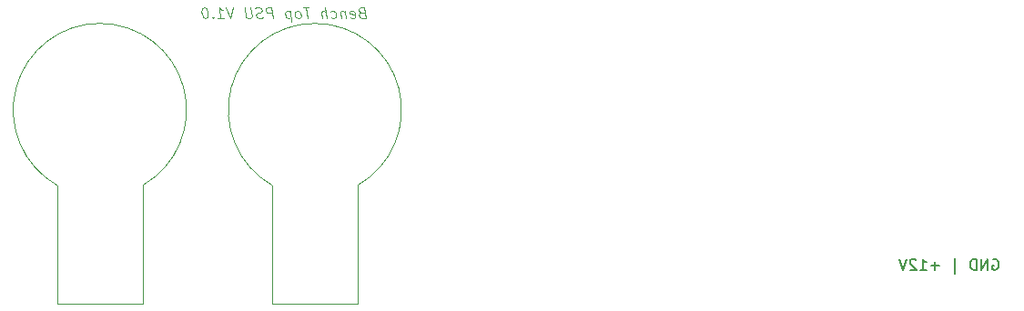
<source format=gbr>
%TF.GenerationSoftware,KiCad,Pcbnew,(5.99.0-2619-gb519867d9)*%
%TF.CreationDate,2020-08-09T22:36:06+05:30*%
%TF.ProjectId,Power_Supply,506f7765-725f-4537-9570-706c792e6b69,rev?*%
%TF.SameCoordinates,Original*%
%TF.FileFunction,Legend,Bot*%
%TF.FilePolarity,Positive*%
%FSLAX46Y46*%
G04 Gerber Fmt 4.6, Leading zero omitted, Abs format (unit mm)*
G04 Created by KiCad (PCBNEW (5.99.0-2619-gb519867d9)) date 2020-08-09 22:36:06*
%MOMM*%
%LPD*%
G01*
G04 APERTURE LIST*
%ADD10C,0.150000*%
%ADD11C,0.075000*%
%ADD12C,0.050000*%
G04 APERTURE END LIST*
D10*
X105000000Y-56000000D02*
X105095238Y-55952380D01*
X105238095Y-55952380D01*
X105380952Y-56000000D01*
X105476190Y-56095238D01*
X105523809Y-56190476D01*
X105571428Y-56380952D01*
X105571428Y-56523809D01*
X105523809Y-56714285D01*
X105476190Y-56809523D01*
X105380952Y-56904761D01*
X105238095Y-56952380D01*
X105142857Y-56952380D01*
X105000000Y-56904761D01*
X104952380Y-56857142D01*
X104952380Y-56523809D01*
X105142857Y-56523809D01*
X104523809Y-56952380D02*
X104523809Y-55952380D01*
X103952380Y-56952380D01*
X103952380Y-55952380D01*
X103476190Y-56952380D02*
X103476190Y-55952380D01*
X103238095Y-55952380D01*
X103095238Y-56000000D01*
X103000000Y-56095238D01*
X102952380Y-56190476D01*
X102904761Y-56380952D01*
X102904761Y-56523809D01*
X102952380Y-56714285D01*
X103000000Y-56809523D01*
X103095238Y-56904761D01*
X103238095Y-56952380D01*
X103476190Y-56952380D01*
X101476190Y-57285714D02*
X101476190Y-55857142D01*
X100000000Y-56571428D02*
X99238095Y-56571428D01*
X99619047Y-56952380D02*
X99619047Y-56190476D01*
X98238095Y-56952380D02*
X98809523Y-56952380D01*
X98523809Y-56952380D02*
X98523809Y-55952380D01*
X98619047Y-56095238D01*
X98714285Y-56190476D01*
X98809523Y-56238095D01*
X97857142Y-56047619D02*
X97809523Y-56000000D01*
X97714285Y-55952380D01*
X97476190Y-55952380D01*
X97380952Y-56000000D01*
X97333333Y-56047619D01*
X97285714Y-56142857D01*
X97285714Y-56238095D01*
X97333333Y-56380952D01*
X97904761Y-56952380D01*
X97285714Y-56952380D01*
X97000000Y-55952380D02*
X96666666Y-56952380D01*
X96333333Y-55952380D01*
D11*
X46267291Y-32994821D02*
X46130386Y-33042440D01*
X46088720Y-33090059D01*
X46053005Y-33185297D01*
X46070863Y-33328154D01*
X46130386Y-33423392D01*
X46183958Y-33471011D01*
X46285148Y-33518630D01*
X46666101Y-33518630D01*
X46541101Y-32518630D01*
X46207767Y-32518630D01*
X46118482Y-32566250D01*
X46076815Y-32613869D01*
X46041101Y-32709107D01*
X46053005Y-32804345D01*
X46112529Y-32899583D01*
X46166101Y-32947202D01*
X46267291Y-32994821D01*
X46600625Y-32994821D01*
X45279196Y-33471011D02*
X45380386Y-33518630D01*
X45570863Y-33518630D01*
X45660148Y-33471011D01*
X45695863Y-33375773D01*
X45648244Y-32994821D01*
X45588720Y-32899583D01*
X45487529Y-32851964D01*
X45297053Y-32851964D01*
X45207767Y-32899583D01*
X45172053Y-32994821D01*
X45183958Y-33090059D01*
X45672053Y-33185297D01*
X44725625Y-32851964D02*
X44808958Y-33518630D01*
X44737529Y-32947202D02*
X44683958Y-32899583D01*
X44582767Y-32851964D01*
X44439910Y-32851964D01*
X44350625Y-32899583D01*
X44314910Y-32994821D01*
X44380386Y-33518630D01*
X43469672Y-33471011D02*
X43570863Y-33518630D01*
X43761339Y-33518630D01*
X43850625Y-33471011D01*
X43892291Y-33423392D01*
X43928005Y-33328154D01*
X43892291Y-33042440D01*
X43832767Y-32947202D01*
X43779196Y-32899583D01*
X43678005Y-32851964D01*
X43487529Y-32851964D01*
X43398244Y-32899583D01*
X43047053Y-33518630D02*
X42922053Y-32518630D01*
X42618482Y-33518630D02*
X42553005Y-32994821D01*
X42588720Y-32899583D01*
X42678005Y-32851964D01*
X42820863Y-32851964D01*
X42922053Y-32899583D01*
X42975625Y-32947202D01*
X41398244Y-32518630D02*
X40826815Y-32518630D01*
X41237529Y-33518630D02*
X41112529Y-32518630D01*
X40475625Y-33518630D02*
X40564910Y-33471011D01*
X40606577Y-33423392D01*
X40642291Y-33328154D01*
X40606577Y-33042440D01*
X40547053Y-32947202D01*
X40493482Y-32899583D01*
X40392291Y-32851964D01*
X40249434Y-32851964D01*
X40160148Y-32899583D01*
X40118482Y-32947202D01*
X40082767Y-33042440D01*
X40118482Y-33328154D01*
X40178005Y-33423392D01*
X40231577Y-33471011D01*
X40332767Y-33518630D01*
X40475625Y-33518630D01*
X39630386Y-32851964D02*
X39755386Y-33851964D01*
X39636339Y-32899583D02*
X39535148Y-32851964D01*
X39344672Y-32851964D01*
X39255386Y-32899583D01*
X39213720Y-32947202D01*
X39178005Y-33042440D01*
X39213720Y-33328154D01*
X39273244Y-33423392D01*
X39326815Y-33471011D01*
X39428005Y-33518630D01*
X39618482Y-33518630D01*
X39707767Y-33471011D01*
X38047053Y-33518630D02*
X37922053Y-32518630D01*
X37541101Y-32518630D01*
X37451815Y-32566250D01*
X37410148Y-32613869D01*
X37374434Y-32709107D01*
X37392291Y-32851964D01*
X37451815Y-32947202D01*
X37505386Y-32994821D01*
X37606577Y-33042440D01*
X37987529Y-33042440D01*
X37088720Y-33471011D02*
X36951815Y-33518630D01*
X36713720Y-33518630D01*
X36612529Y-33471011D01*
X36558958Y-33423392D01*
X36499434Y-33328154D01*
X36487529Y-33232916D01*
X36523244Y-33137678D01*
X36564910Y-33090059D01*
X36654196Y-33042440D01*
X36838720Y-32994821D01*
X36928005Y-32947202D01*
X36969672Y-32899583D01*
X37005386Y-32804345D01*
X36993482Y-32709107D01*
X36933958Y-32613869D01*
X36880386Y-32566250D01*
X36779196Y-32518630D01*
X36541101Y-32518630D01*
X36404196Y-32566250D01*
X35969672Y-32518630D02*
X36070863Y-33328154D01*
X36035148Y-33423392D01*
X35993482Y-33471011D01*
X35904196Y-33518630D01*
X35713720Y-33518630D01*
X35612529Y-33471011D01*
X35558958Y-33423392D01*
X35499434Y-33328154D01*
X35398244Y-32518630D01*
X34303005Y-32518630D02*
X34094672Y-33518630D01*
X33636339Y-32518630D01*
X32904196Y-33518630D02*
X33475625Y-33518630D01*
X33189910Y-33518630D02*
X33064910Y-32518630D01*
X33178005Y-32661488D01*
X33285148Y-32756726D01*
X33386339Y-32804345D01*
X32463720Y-33423392D02*
X32422053Y-33471011D01*
X32475625Y-33518630D01*
X32517291Y-33471011D01*
X32463720Y-33423392D01*
X32475625Y-33518630D01*
X31683958Y-32518630D02*
X31588720Y-32518630D01*
X31499434Y-32566250D01*
X31457767Y-32613869D01*
X31422053Y-32709107D01*
X31398244Y-32899583D01*
X31428005Y-33137678D01*
X31499434Y-33328154D01*
X31558958Y-33423392D01*
X31612529Y-33471011D01*
X31713720Y-33518630D01*
X31808958Y-33518630D01*
X31898244Y-33471011D01*
X31939910Y-33423392D01*
X31975625Y-33328154D01*
X31999434Y-33137678D01*
X31969672Y-32899583D01*
X31898244Y-32709107D01*
X31838720Y-32613869D01*
X31785148Y-32566250D01*
X31683958Y-32518630D01*
D12*
%TO.C,J3*%
X17953085Y-49075246D02*
X17953085Y-60075246D01*
X17953085Y-60075246D02*
X25953085Y-60075246D01*
X25953085Y-60075246D02*
X25953085Y-49075246D01*
X17951835Y-49074529D02*
G75*
G02*
X25953084Y-49075245I4001250J6999283D01*
G01*
%TO.C,J2*%
X37953085Y-49075246D02*
X37953085Y-60075246D01*
X37953085Y-60075246D02*
X45953085Y-60075246D01*
X45953085Y-60075246D02*
X45953085Y-49075246D01*
X37951835Y-49074529D02*
G75*
G02*
X45953084Y-49075245I4001250J6999283D01*
G01*
%TD*%
M02*

</source>
